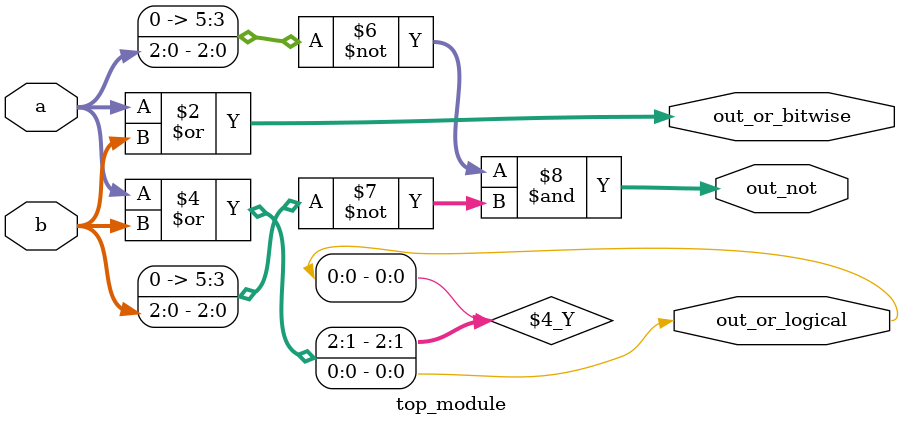
<source format=sv>
module top_module(
  input [2:0] a,
  input [2:0] b,
  output reg [2:0] out_or_bitwise,
  output reg out_or_logical,
  output reg [5:0] out_not
);

  // Bitwise OR operation
  always @* begin
    out_or_bitwise = a | b;
  end

  // Logical OR operation
  always @* begin
    out_or_logical = a | b;
  end

  // Bitwise NOT operation
  always @* begin
    out_not = ~{{3'b0, a}} & ~{{3'b0, b}};
  end

endmodule

</source>
